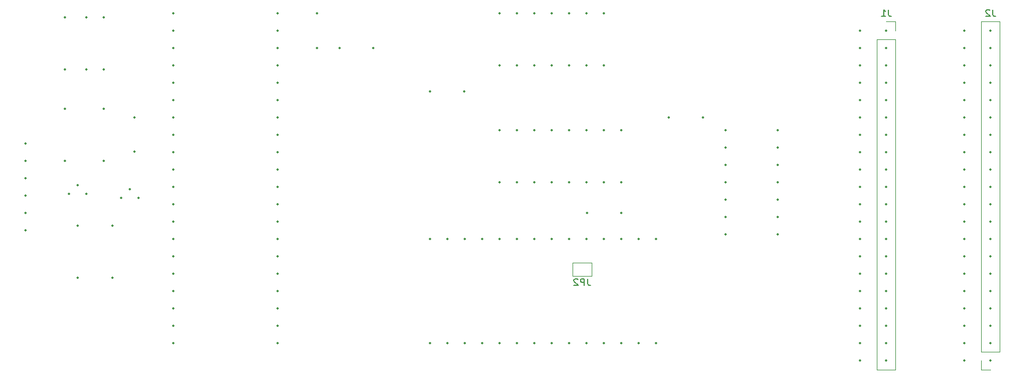
<source format=gbo>
%TF.GenerationSoftware,KiCad,Pcbnew,8.0.5+1*%
%TF.CreationDate,2024-10-09T15:07:38+02:00*%
%TF.ProjectId,QL_PC0084A_keyboard_adapter,514c5f50-4330-4303-9834-415f6b657962,0*%
%TF.SameCoordinates,Original*%
%TF.FileFunction,Legend,Bot*%
%TF.FilePolarity,Positive*%
%FSLAX46Y46*%
G04 Gerber Fmt 4.6, Leading zero omitted, Abs format (unit mm)*
G04 Created by KiCad (PCBNEW 8.0.5+1) date 2024-10-09 15:07:38*
%MOMM*%
%LPD*%
G01*
G04 APERTURE LIST*
%ADD10C,0.150000*%
%ADD11C,0.120000*%
%ADD12C,0.350000*%
G04 APERTURE END LIST*
D10*
X235283333Y-78194819D02*
X235283333Y-78909104D01*
X235283333Y-78909104D02*
X235330952Y-79051961D01*
X235330952Y-79051961D02*
X235426190Y-79147200D01*
X235426190Y-79147200D02*
X235569047Y-79194819D01*
X235569047Y-79194819D02*
X235664285Y-79194819D01*
X234854761Y-78290057D02*
X234807142Y-78242438D01*
X234807142Y-78242438D02*
X234711904Y-78194819D01*
X234711904Y-78194819D02*
X234473809Y-78194819D01*
X234473809Y-78194819D02*
X234378571Y-78242438D01*
X234378571Y-78242438D02*
X234330952Y-78290057D01*
X234330952Y-78290057D02*
X234283333Y-78385295D01*
X234283333Y-78385295D02*
X234283333Y-78480533D01*
X234283333Y-78480533D02*
X234330952Y-78623390D01*
X234330952Y-78623390D02*
X234902380Y-79194819D01*
X234902380Y-79194819D02*
X234283333Y-79194819D01*
X176093333Y-117564819D02*
X176093333Y-118279104D01*
X176093333Y-118279104D02*
X176140952Y-118421961D01*
X176140952Y-118421961D02*
X176236190Y-118517200D01*
X176236190Y-118517200D02*
X176379047Y-118564819D01*
X176379047Y-118564819D02*
X176474285Y-118564819D01*
X175617142Y-118564819D02*
X175617142Y-117564819D01*
X175617142Y-117564819D02*
X175236190Y-117564819D01*
X175236190Y-117564819D02*
X175140952Y-117612438D01*
X175140952Y-117612438D02*
X175093333Y-117660057D01*
X175093333Y-117660057D02*
X175045714Y-117755295D01*
X175045714Y-117755295D02*
X175045714Y-117898152D01*
X175045714Y-117898152D02*
X175093333Y-117993390D01*
X175093333Y-117993390D02*
X175140952Y-118041009D01*
X175140952Y-118041009D02*
X175236190Y-118088628D01*
X175236190Y-118088628D02*
X175617142Y-118088628D01*
X174664761Y-117660057D02*
X174617142Y-117612438D01*
X174617142Y-117612438D02*
X174521904Y-117564819D01*
X174521904Y-117564819D02*
X174283809Y-117564819D01*
X174283809Y-117564819D02*
X174188571Y-117612438D01*
X174188571Y-117612438D02*
X174140952Y-117660057D01*
X174140952Y-117660057D02*
X174093333Y-117755295D01*
X174093333Y-117755295D02*
X174093333Y-117850533D01*
X174093333Y-117850533D02*
X174140952Y-117993390D01*
X174140952Y-117993390D02*
X174712380Y-118564819D01*
X174712380Y-118564819D02*
X174093333Y-118564819D01*
X220043333Y-78194819D02*
X220043333Y-78909104D01*
X220043333Y-78909104D02*
X220090952Y-79051961D01*
X220090952Y-79051961D02*
X220186190Y-79147200D01*
X220186190Y-79147200D02*
X220329047Y-79194819D01*
X220329047Y-79194819D02*
X220424285Y-79194819D01*
X219043333Y-79194819D02*
X219614761Y-79194819D01*
X219329047Y-79194819D02*
X219329047Y-78194819D01*
X219329047Y-78194819D02*
X219424285Y-78337676D01*
X219424285Y-78337676D02*
X219519523Y-78432914D01*
X219519523Y-78432914D02*
X219614761Y-78480533D01*
D11*
%TO.C,J2*%
X233620000Y-79950000D02*
X233620000Y-128270000D01*
X233620000Y-130870000D02*
X233620000Y-129540000D01*
X234950000Y-130870000D02*
X233620000Y-130870000D01*
X236280000Y-79950000D02*
X233620000Y-79950000D01*
X236280000Y-79950000D02*
X236280000Y-128270000D01*
X236280000Y-128270000D02*
X233620000Y-128270000D01*
%TO.C,JP2*%
X176660000Y-115205000D02*
X176660000Y-117205000D01*
X173860000Y-115205000D02*
X176660000Y-115205000D01*
X176660000Y-117205000D02*
X173860000Y-117205000D01*
X173860000Y-117205000D02*
X173860000Y-115205000D01*
%TO.C,J1*%
X218380000Y-82550000D02*
X221040000Y-82550000D01*
X218380000Y-130870000D02*
X218380000Y-82550000D01*
X218380000Y-130870000D02*
X221040000Y-130870000D01*
X219710000Y-79950000D02*
X221040000Y-79950000D01*
X221040000Y-79950000D02*
X221040000Y-81280000D01*
X221040000Y-130870000D02*
X221040000Y-82550000D01*
%TD*%
D12*
X115570000Y-78740000D03*
X115570000Y-81280000D03*
X115570000Y-83820000D03*
X115570000Y-86360000D03*
X115570000Y-88900000D03*
X115570000Y-91440000D03*
X115570000Y-93980000D03*
X115570000Y-96520000D03*
X115570000Y-99060000D03*
X115570000Y-101600000D03*
X115570000Y-104140000D03*
X115570000Y-106680000D03*
X115570000Y-109220000D03*
X115570000Y-111760000D03*
X115570000Y-114300000D03*
X115570000Y-116840000D03*
X115570000Y-119380000D03*
X115570000Y-121920000D03*
X115570000Y-124460000D03*
X115570000Y-127000000D03*
X130810000Y-127000000D03*
X130810000Y-124460000D03*
X130810000Y-121920000D03*
X130810000Y-119380000D03*
X130810000Y-116840000D03*
X130810000Y-114300000D03*
X130810000Y-111760000D03*
X130810000Y-109220000D03*
X130810000Y-106680000D03*
X130810000Y-104140000D03*
X130810000Y-101600000D03*
X130810000Y-99060000D03*
X130810000Y-96520000D03*
X130810000Y-93980000D03*
X130810000Y-91440000D03*
X130810000Y-88900000D03*
X130810000Y-86360000D03*
X130810000Y-83820000D03*
X130810000Y-81280000D03*
X130810000Y-78740000D03*
X178440000Y-78750000D03*
X175900000Y-78750000D03*
X173360000Y-78750000D03*
X170820000Y-78750000D03*
X168280000Y-78750000D03*
X165740000Y-78750000D03*
X163200000Y-78750000D03*
X163200000Y-86370000D03*
X165740000Y-86370000D03*
X168280000Y-86370000D03*
X170820000Y-86370000D03*
X173360000Y-86370000D03*
X175900000Y-86370000D03*
X178440000Y-86370000D03*
X215900000Y-81280000D03*
X215900000Y-83820000D03*
X215900000Y-86360000D03*
X215900000Y-88900000D03*
X215900000Y-91440000D03*
X215900000Y-93980000D03*
X215900000Y-96520000D03*
X215900000Y-99060000D03*
X215900000Y-101600000D03*
X215900000Y-104140000D03*
X215900000Y-106680000D03*
X215900000Y-109220000D03*
X215900000Y-111760000D03*
X215900000Y-114300000D03*
X215900000Y-116840000D03*
X215900000Y-119380000D03*
X215900000Y-121920000D03*
X215900000Y-124460000D03*
X215900000Y-127000000D03*
X215900000Y-129540000D03*
X231140000Y-129540000D03*
X231140000Y-127000000D03*
X231140000Y-124460000D03*
X231140000Y-121920000D03*
X231140000Y-119380000D03*
X231140000Y-116840000D03*
X231140000Y-114300000D03*
X231140000Y-111760000D03*
X231140000Y-109220000D03*
X231140000Y-106680000D03*
X231140000Y-104140000D03*
X231140000Y-101600000D03*
X231140000Y-99060000D03*
X231140000Y-96520000D03*
X231140000Y-93980000D03*
X231140000Y-91440000D03*
X231140000Y-88900000D03*
X231140000Y-86360000D03*
X231140000Y-83820000D03*
X231140000Y-81280000D03*
X107950000Y-105770000D03*
X109220000Y-104500000D03*
X110490000Y-105770000D03*
X105410000Y-86995000D03*
X105410000Y-79375000D03*
X136525000Y-83780000D03*
X136525000Y-78780000D03*
X100330000Y-105135000D03*
X101600000Y-103865000D03*
X102870000Y-105135000D03*
X180975000Y-95885000D03*
X178435000Y-95885000D03*
X175895000Y-95885000D03*
X173355000Y-95885000D03*
X170815000Y-95885000D03*
X168275000Y-95885000D03*
X165735000Y-95885000D03*
X163195000Y-95885000D03*
X163195000Y-103505000D03*
X165735000Y-103505000D03*
X168275000Y-103505000D03*
X170815000Y-103505000D03*
X173355000Y-103505000D03*
X175895000Y-103505000D03*
X178435000Y-103505000D03*
X180975000Y-103505000D03*
X109855000Y-98980000D03*
X109855000Y-93980000D03*
X153075000Y-90170000D03*
X158075000Y-90170000D03*
X187960000Y-93980000D03*
X192960000Y-93980000D03*
X105410000Y-92710000D03*
X105410000Y-100330000D03*
X180975000Y-107950000D03*
X175975000Y-107950000D03*
X139880000Y-83790000D03*
X144780000Y-83790000D03*
X102870000Y-86995000D03*
X102870000Y-79375000D03*
X106680000Y-109855000D03*
X106680000Y-117475000D03*
X101600000Y-109855000D03*
X101600000Y-117475000D03*
X99695000Y-100330000D03*
X99695000Y-92710000D03*
X203825000Y-111125000D03*
X203825000Y-108585000D03*
X203825000Y-106045000D03*
X203825000Y-103505000D03*
X203825000Y-100965000D03*
X203825000Y-98425000D03*
X203825000Y-95885000D03*
X196205000Y-95885000D03*
X196205000Y-98425000D03*
X196205000Y-100965000D03*
X196205000Y-103505000D03*
X196205000Y-106045000D03*
X196205000Y-108585000D03*
X196205000Y-111125000D03*
X99695000Y-79375000D03*
X99695000Y-86995000D03*
X153035000Y-127000000D03*
X155575000Y-127000000D03*
X158115000Y-127000000D03*
X160655000Y-127000000D03*
X163195000Y-127000000D03*
X165735000Y-127000000D03*
X168275000Y-127000000D03*
X170815000Y-127000000D03*
X173355000Y-127000000D03*
X175895000Y-127000000D03*
X178435000Y-127000000D03*
X180975000Y-127000000D03*
X183515000Y-127000000D03*
X186055000Y-127000000D03*
X186055000Y-111760000D03*
X183515000Y-111760000D03*
X180975000Y-111760000D03*
X178435000Y-111760000D03*
X175895000Y-111760000D03*
X173355000Y-111760000D03*
X170815000Y-111760000D03*
X168275000Y-111760000D03*
X165735000Y-111760000D03*
X163195000Y-111760000D03*
X160655000Y-111760000D03*
X158115000Y-111760000D03*
X155575000Y-111760000D03*
X153035000Y-111760000D03*
X93980000Y-110490000D03*
X93980000Y-107950000D03*
X93980000Y-105410000D03*
X93980000Y-102870000D03*
X93980000Y-100330000D03*
X93980000Y-97790000D03*
X234950000Y-129540000D03*
X234950000Y-127000000D03*
X234950000Y-124460000D03*
X234950000Y-121920000D03*
X234950000Y-119380000D03*
X234950000Y-116840000D03*
X234950000Y-114300000D03*
X234950000Y-111760000D03*
X234950000Y-109220000D03*
X234950000Y-106680000D03*
X234950000Y-104140000D03*
X234950000Y-101600000D03*
X234950000Y-99060000D03*
X234950000Y-96520000D03*
X234950000Y-93980000D03*
X234950000Y-91440000D03*
X234950000Y-88900000D03*
X234950000Y-86360000D03*
X234950000Y-83820000D03*
X234950000Y-81280000D03*
X219710000Y-81280000D03*
X219710000Y-83820000D03*
X219710000Y-86360000D03*
X219710000Y-88900000D03*
X219710000Y-91440000D03*
X219710000Y-93980000D03*
X219710000Y-96520000D03*
X219710000Y-99060000D03*
X219710000Y-101600000D03*
X219710000Y-104140000D03*
X219710000Y-106680000D03*
X219710000Y-109220000D03*
X219710000Y-111760000D03*
X219710000Y-114300000D03*
X219710000Y-116840000D03*
X219710000Y-119380000D03*
X219710000Y-121920000D03*
X219710000Y-124460000D03*
X219710000Y-127000000D03*
X219710000Y-129540000D03*
M02*

</source>
